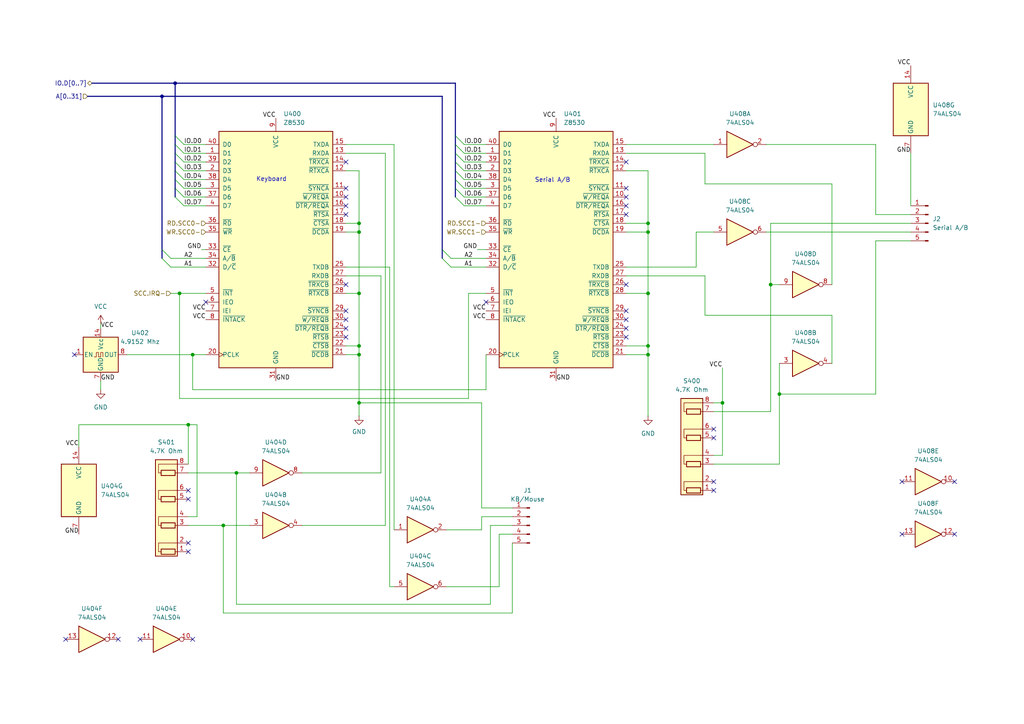
<source format=kicad_sch>
(kicad_sch (version 20231120) (generator "eeschema") (generator_version "8.0")
  (paper "A4")
  (title_block (title "Serial Ports, Keyboard/Mouse") (date "2025-03-07") (rev "1"))
  (lib_symbols
    (symbol "74xx:74LS04"
      (property "Reference" "U" (at 0 1.27 0))
      (property "Value" "74LS04" (at 0 -1.27 0))
      (symbol "74LS04_1_0"
        (polyline (pts (xy -3.81 3.81) (xy -3.81 -3.81) (xy 3.81 0) (xy -3.81 3.81)) (stroke (width 0.254)) (fill (type background)))
        (pin input line (at -7.62 0 0) (length 3.81) (name "~") (number "1"))
        (pin output inverted (at 7.62 0 180) (length 3.81) (name "~") (number "2"))
      )
      (symbol "74LS04_2_0"
        (polyline (pts (xy -3.81 3.81) (xy -3.81 -3.81) (xy 3.81 0) (xy -3.81 3.81)) (stroke (width 0.254)) (fill (type background)))
        (pin input line (at -7.62 0 0) (length 3.81) (name "~") (number "3"))
        (pin output inverted (at 7.62 0 180) (length 3.81) (name "~") (number "4"))
      )
      (symbol "74LS04_3_0"
        (polyline (pts (xy -3.81 3.81) (xy -3.81 -3.81) (xy 3.81 0) (xy -3.81 3.81)) (stroke (width 0.254)) (fill (type background)))
        (pin input line (at -7.62 0 0) (length 3.81) (name "~") (number "5"))
        (pin output inverted (at 7.62 0 180) (length 3.81) (name "~") (number "6"))
      )
      (symbol "74LS04_4_0"
        (polyline (pts (xy -3.81 3.81) (xy -3.81 -3.81) (xy 3.81 0) (xy -3.81 3.81)) (stroke (width 0.254)) (fill (type background)))
        (pin output inverted (at 7.62 0 180) (length 3.81) (name "~") (number "8"))
        (pin input line (at -7.62 0 0) (length 3.81) (name "~") (number "9"))
      )
      (symbol "74LS04_5_0"
        (polyline (pts (xy -3.81 3.81) (xy -3.81 -3.81) (xy 3.81 0) (xy -3.81 3.81)) (stroke (width 0.254)) (fill (type background)))
        (pin output inverted (at 7.62 0 180) (length 3.81) (name "~") (number "10"))
        (pin input line (at -7.62 0 0) (length 3.81) (name "~") (number "11"))
      )
      (symbol "74LS04_6_0"
        (polyline (pts (xy -3.81 3.81) (xy -3.81 -3.81) (xy 3.81 0) (xy -3.81 3.81)) (stroke (width 0.254)) (fill (type background)))
        (pin output inverted (at 7.62 0 180) (length 3.81) (name "~") (number "12"))
        (pin input line (at -7.62 0 0) (length 3.81) (name "~") (number "13"))
      )
      (symbol "74LS04_7_0"
        (pin power_in line (at 0 12.7 270) (length 5.08) (name "VCC") (number "14"))
        (pin power_in line (at 0 -12.7 90) (length 5.08) (name "GND") (number "7"))
      )
      (symbol "74LS04_7_1"
        (rectangle (start -5.08 7.62) (end 5.08 -7.62) (stroke (width 0.254)) (fill (type background)))
      )
    )
    (symbol "Connector:Conn_01x05_Pin" (pin_names (offset 1.016) hide)
      (property "Reference" "J" (at 0 7.62 0))
      (property "Value" "Conn_01x05_Pin" (at 0 -7.62 0))
      (symbol "Conn_01x05_Pin_1_1"
        (polyline (pts (xy 1.27 -5.08) (xy 0.8636 -5.08)) (stroke (width 0.1524)))
        (polyline (pts (xy 1.27 -2.54) (xy 0.8636 -2.54)) (stroke (width 0.1524)))
        (polyline (pts (xy 1.27 0) (xy 0.8636 0)) (stroke (width 0.1524)))
        (polyline (pts (xy 1.27 2.54) (xy 0.8636 2.54)) (stroke (width 0.1524)))
        (polyline (pts (xy 1.27 5.08) (xy 0.8636 5.08)) (stroke (width 0.1524)))
        (rectangle (start 0.8636 -4.953) (end 0 -5.207) (stroke (width 0.1524)) (fill (type outline)))
        (rectangle (start 0.8636 -2.413) (end 0 -2.667) (stroke (width 0.1524)) (fill (type outline)))
        (rectangle (start 0.8636 0.127) (end 0 -0.127) (stroke (width 0.1524)) (fill (type outline)))
        (rectangle (start 0.8636 2.667) (end 0 2.413) (stroke (width 0.1524)) (fill (type outline)))
        (rectangle (start 0.8636 5.207) (end 0 4.953) (stroke (width 0.1524)) (fill (type outline)))
        (pin passive line (at 5.08 5.08 180) (length 3.81) (name "Pin_1") (number "1"))
        (pin passive line (at 5.08 2.54 180) (length 3.81) (name "Pin_2") (number "2"))
        (pin passive line (at 5.08 0 180) (length 3.81) (name "Pin_3") (number "3"))
        (pin passive line (at 5.08 -2.54 180) (length 3.81) (name "Pin_4") (number "4"))
        (pin passive line (at 5.08 -5.08 180) (length 3.81) (name "Pin_5") (number "5"))
      )
    )
    (symbol "Device:R_Pack04_SIP" (pin_names (offset 0) hide)
      (property "Reference" "RN" (at -15.24 0 90))
      (property "Value" "R_Pack04_SIP" (at 15.24 0 90))
      (symbol "R_Pack04_SIP_0_1"
        (rectangle (start -13.97 -1.905) (end 13.97 4.445) (stroke (width 0.254)) (fill (type background)))
        (rectangle (start -13.462 2.794) (end -11.938 -1.27) (stroke (width 0.254)))
        (rectangle (start -5.842 2.794) (end -4.318 -1.27) (stroke (width 0.254)))
        (polyline (pts (xy -12.7 2.794) (xy -12.7 3.556) (xy -10.16 3.556) (xy -10.16 -1.27)))
        (polyline (pts (xy -5.08 2.794) (xy -5.08 3.556) (xy -2.54 3.556) (xy -2.54 -1.27)))
        (polyline (pts (xy 2.54 2.794) (xy 2.54 3.556) (xy 5.08 3.556) (xy 5.08 -1.27)))
        (polyline (pts (xy 10.16 2.794) (xy 10.16 3.556) (xy 12.7 3.556) (xy 12.7 -1.27)))
        (rectangle (start 1.778 2.794) (end 3.302 -1.27) (stroke (width 0.254)))
        (rectangle (start 9.398 2.794) (end 10.922 -1.27) (stroke (width 0.254)))
      )
      (symbol "R_Pack04_SIP_1_1"
        (pin passive line (at -12.7 -5.08 90) (length 3.81) (name "R1.1") (number "1"))
        (pin passive line (at -10.16 -5.08 90) (length 3.81) (name "R1.2") (number "2"))
        (pin passive line (at -5.08 -5.08 90) (length 3.81) (name "R2.1") (number "3"))
        (pin passive line (at -2.54 -5.08 90) (length 3.81) (name "R2.2") (number "4"))
        (pin passive line (at 2.54 -5.08 90) (length 3.81) (name "R3.1") (number "5"))
        (pin passive line (at 5.08 -5.08 90) (length 3.81) (name "R3.2") (number "6"))
        (pin passive line (at 10.16 -5.08 90) (length 3.81) (name "R4.1") (number "7"))
        (pin passive line (at 12.7 -5.08 90) (length 3.81) (name "R4.2") (number "8"))
      )
    )
    (symbol "Interface_UART:Z8530" (pin_names (offset 1.016))
      (property "Reference" "U" (at -16.51 35.56 0))
      (property "Value" "Z8530" (at 10.16 35.56 0))
      (symbol "Z8530_0_1"
        (rectangle (start -16.51 -34.29) (end 16.51 34.29) (stroke (width 0.254)) (fill (type background)))
      )
      (symbol "Z8530_1_1"
        (pin input line (at -20.32 27.94 0) (length 3.81) (name "D1") (number "1"))
        (pin output line (at 20.32 15.24 180) (length 3.81) (name "~{W/REQA}") (number "10"))
        (pin bidirectional line (at 20.32 17.78 180) (length 3.81) (name "~{SYNCA}") (number "11"))
        (pin input line (at 20.32 22.86 180) (length 3.81) (name "~{RTXCA}") (number "12"))
        (pin input line (at 20.32 27.94 180) (length 3.81) (name "RXDA") (number "13"))
        (pin bidirectional line (at 20.32 25.4 180) (length 3.81) (name "~{TRXCA}") (number "14"))
        (pin output line (at 20.32 30.48 180) (length 3.81) (name "TXDA") (number "15"))
        (pin output line (at 20.32 12.7 180) (length 3.81) (name "~{DTR/REQA}") (number "16"))
        (pin output line (at 20.32 10.16 180) (length 3.81) (name "~{RTSA}") (number "17"))
        (pin input line (at 20.32 7.62 180) (length 3.81) (name "~{CTSA}") (number "18"))
        (pin input line (at 20.32 5.08 180) (length 3.81) (name "~{DCDA}") (number "19"))
        (pin input line (at -20.32 22.86 0) (length 3.81) (name "D3") (number "2"))
        (pin input clock (at -20.32 -30.48 0) (length 3.81) (name "PCLK") (number "20"))
        (pin input line (at 20.32 -30.48 180) (length 3.81) (name "~{DCDB}") (number "21"))
        (pin input line (at 20.32 -27.94 180) (length 3.81) (name "~{CTSB}") (number "22"))
        (pin output line (at 20.32 -25.4 180) (length 3.81) (name "~{RTSB}") (number "23"))
        (pin output line (at 20.32 -22.86 180) (length 3.81) (name "~{DTR/REQB}") (number "24"))
        (pin output line (at 20.32 -5.08 180) (length 3.81) (name "TXDB") (number "25"))
        (pin bidirectional line (at 20.32 -10.16 180) (length 3.81) (name "~{TRXCB}") (number "26"))
        (pin input line (at 20.32 -7.62 180) (length 3.81) (name "RXDB") (number "27"))
        (pin input line (at 20.32 -12.7 180) (length 3.81) (name "~{RTXCB}") (number "28"))
        (pin bidirectional line (at 20.32 -17.78 180) (length 3.81) (name "~{SYNCB}") (number "29"))
        (pin input line (at -20.32 17.78 0) (length 3.81) (name "D5") (number "3"))
        (pin output line (at 20.32 -20.32 180) (length 3.81) (name "~{W/REQB}") (number "30"))
        (pin power_in line (at 0 -38.1 90) (length 3.81) (name "GND") (number "31"))
        (pin input line (at -20.32 -5.08 0) (length 3.81) (name "D/~{C}") (number "32"))
        (pin input line (at -20.32 0 0) (length 3.81) (name "~{CE}") (number "33"))
        (pin input line (at -20.32 -2.54 0) (length 3.81) (name "A/~{B}") (number "34"))
        (pin input line (at -20.32 5.08 0) (length 3.81) (name "~{WR}") (number "35"))
        (pin input line (at -20.32 7.62 0) (length 3.81) (name "~{RD}") (number "36"))
        (pin input line (at -20.32 15.24 0) (length 3.81) (name "D6") (number "37"))
        (pin input line (at -20.32 20.32 0) (length 3.81) (name "D4") (number "38"))
        (pin input line (at -20.32 25.4 0) (length 3.81) (name "D2") (number "39"))
        (pin input line (at -20.32 12.7 0) (length 3.81) (name "D7") (number "4"))
        (pin input line (at -20.32 30.48 0) (length 3.81) (name "D0") (number "40"))
        (pin open_collector line (at -20.32 -12.7 0) (length 3.81) (name "~{INT}") (number "5"))
        (pin output line (at -20.32 -15.24 0) (length 3.81) (name "IEO") (number "6"))
        (pin input line (at -20.32 -17.78 0) (length 3.81) (name "IEI") (number "7"))
        (pin input line (at -20.32 -20.32 0) (length 3.81) (name "~{INTACK}") (number "8"))
        (pin power_in line (at 0 38.1 270) (length 3.81) (name "VCC") (number "9"))
      )
    )
    (symbol "Oscillator:CXO_DIP14" (pin_names (offset 0.254))
      (property "Reference" "Y" (at -5.08 6.35 0))
      (property "Value" "CXO_DIP14" (at 1.27 -6.35 0))
      (symbol "CXO_DIP14_0_1"
        (rectangle (start -5.08 5.08) (end 5.08 -5.08) (stroke (width 0.254)) (fill (type background)))
        (polyline (pts (xy -1.905 -0.635) (xy -1.27 -0.635) (xy -1.27 0.635) (xy -0.635 0.635) (xy -0.635 -0.635) (xy 0 -0.635) (xy 0 0.635) (xy 0.635 0.635) (xy 0.635 -0.635)))
      )
      (symbol "CXO_DIP14_1_1"
        (pin input line (at -7.62 0 0) (length 2.54) (name "EN") (number "1"))
        (pin power_in line (at 0 7.62 270) (length 2.54) (name "Vcc") (number "14"))
        (pin power_in line (at 0 -7.62 90) (length 2.54) (name "GND") (number "7"))
        (pin output line (at 7.62 0 180) (length 2.54) (name "OUT") (number "8"))
      )
    )
    (symbol "power:GND" (power) (pin_numbers hide) (pin_names (offset 0) hide)
      (property "Value" "GND" (at 0 -3.81 0))
      (symbol "GND_0_1"
        (polyline (pts (xy 0 0) (xy 0 -1.27) (xy 1.27 -1.27) (xy 0 -2.54) (xy -1.27 -1.27) (xy 0 -1.27)))
      )
      (symbol "GND_1_1"
        (pin power_in line (at 0 0 270) (length 0) (name "~") (number "1"))
      )
    )
    (symbol "power:VCC" (power) (pin_numbers hide) (pin_names (offset 0) hide)
      (property "Value" "VCC" (at 0 3.556 0))
      (symbol "VCC_0_1"
        (polyline (pts (xy -0.762 1.27) (xy 0 2.54)))
        (polyline (pts (xy 0 0) (xy 0 2.54)))
        (polyline (pts (xy 0 2.54) (xy 0.762 1.27)))
      )
      (symbol "VCC_1_1"
        (pin power_in line (at 0 0 90) (length 0) (name "~") (number "1"))
      )
    )
  )
  (junction (at 68.58 137.16))
  (junction (at 54.61 123.19))
  (junction (at 46.99 27.94))
  (junction (at 187.96 67.31))
  (junction (at 223.52 82.55))
  (junction (at 64.77 152.4))
  (junction (at 187.96 64.77))
  (junction (at 104.14 67.31))
  (junction (at 187.96 102.87))
  (junction (at 50.8 24.13))
  (junction (at 104.14 85.09))
  (junction (at 104.14 100.33))
  (junction (at 187.96 85.09))
  (junction (at 209.55 116.84))
  (junction (at 52.07 85.09))
  (junction (at 104.14 116.84))
  (junction (at 187.96 100.33))
  (junction (at 226.06 114.3))
  (junction (at 104.14 102.87))
  (junction (at 55.88 102.87))
  (junction (at 104.14 64.77))
  (no_connect (at 276.86 154.94))
  (no_connect (at 207.01 142.24))
  (no_connect (at 21.59 102.87))
  (no_connect (at 34.29 185.42))
  (no_connect (at 100.33 95.25))
  (no_connect (at 181.61 57.15))
  (no_connect (at 40.64 185.42))
  (no_connect (at 100.33 82.55))
  (no_connect (at 100.33 90.17))
  (no_connect (at 19.05 185.42))
  (no_connect (at 100.33 92.71))
  (no_connect (at 54.61 142.24))
  (no_connect (at 100.33 46.99))
  (no_connect (at 181.61 54.61))
  (no_connect (at 181.61 97.79))
  (no_connect (at 181.61 59.69))
  (no_connect (at 181.61 90.17))
  (no_connect (at 181.61 95.25))
  (no_connect (at 181.61 62.23))
  (no_connect (at 261.62 154.94))
  (no_connect (at 181.61 92.71))
  (no_connect (at 55.88 185.42))
  (no_connect (at 54.61 157.48))
  (no_connect (at 100.33 97.79))
  (no_connect (at 207.01 127))
  (no_connect (at 181.61 46.99))
  (no_connect (at 207.01 124.46))
  (no_connect (at 100.33 59.69))
  (no_connect (at 100.33 57.15))
  (no_connect (at 181.61 82.55))
  (no_connect (at 54.61 160.02))
  (no_connect (at 59.69 87.63))
  (no_connect (at 276.86 139.7))
  (no_connect (at 207.01 139.7))
  (no_connect (at 100.33 54.61))
  (no_connect (at 140.97 87.63))
  (no_connect (at 54.61 144.78))
  (no_connect (at 261.62 139.7))
  (no_connect (at 100.33 62.23))
  (bus_entry (at 132.08 54.61) (size 2.54 2.54))
  (bus_entry (at 128.27 74.93) (size 2.54 2.54))
  (bus_entry (at 50.8 54.61) (size 2.54 2.54))
  (bus_entry (at 132.08 41.91) (size 2.54 2.54))
  (bus_entry (at 50.8 49.53) (size 2.54 2.54))
  (bus_entry (at 50.8 44.45) (size 2.54 2.54))
  (bus_entry (at 132.08 49.53) (size 2.54 2.54))
  (bus_entry (at 50.8 41.91) (size 2.54 2.54))
  (bus_entry (at 132.08 52.07) (size 2.54 2.54))
  (bus_entry (at 50.8 39.37) (size 2.54 2.54))
  (bus_entry (at 46.99 74.93) (size 2.54 2.54))
  (bus_entry (at 132.08 44.45) (size 2.54 2.54))
  (bus_entry (at 50.8 52.07) (size 2.54 2.54))
  (bus_entry (at 132.08 39.37) (size 2.54 2.54))
  (bus_entry (at 128.27 72.39) (size 2.54 2.54))
  (bus_entry (at 132.08 46.99) (size 2.54 2.54))
  (bus_entry (at 50.8 57.15) (size 2.54 2.54))
  (bus_entry (at 50.8 46.99) (size 2.54 2.54))
  (bus_entry (at 46.99 72.39) (size 2.54 2.54))
  (bus_entry (at 132.08 57.15) (size 2.54 2.54))
  (bus (pts (xy 50.8 41.91) (xy 50.8 44.45)))
  (bus (pts (xy 50.8 24.13) (xy 132.08 24.13)))
  (bus (pts (xy 132.08 41.91) (xy 132.08 44.45)))
  (wire (pts (xy 110.49 137.16) (xy 87.63 137.16)))
  (wire (pts (xy 53.34 52.07) (xy 59.69 52.07)))
  (wire (pts (xy 100.33 41.91) (xy 114.3 41.91)))
  (wire (pts (xy 52.07 85.09) (xy 59.69 85.09)))
  (wire (pts (xy 209.55 106.68) (xy 209.55 116.84)))
  (wire (pts (xy 207.01 116.84) (xy 209.55 116.84)))
  (wire (pts (xy 129.54 170.18) (xy 144.78 170.18)))
  (wire (pts (xy 129.54 153.67) (xy 139.7 153.67)))
  (wire (pts (xy 29.21 113.03) (xy 29.21 110.49)))
  (wire (pts (xy 100.33 102.87) (xy 104.14 102.87)))
  (wire (pts (xy 134.62 52.07) (xy 140.97 52.07)))
  (wire (pts (xy 100.33 49.53) (xy 104.14 49.53)))
  (wire (pts (xy 226.06 82.55) (xy 223.52 82.55)))
  (wire (pts (xy 53.34 59.69) (xy 59.69 59.69)))
  (wire (pts (xy 57.15 149.86) (xy 54.61 149.86)))
  (wire (pts (xy 144.78 170.18) (xy 144.78 154.94)))
  (wire (pts (xy 111.76 152.4) (xy 87.63 152.4)))
  (bus (pts (xy 46.99 27.94) (xy 46.99 72.39)))
  (wire (pts (xy 140.97 113.03) (xy 140.97 102.87)))
  (wire (pts (xy 52.07 115.57) (xy 135.89 115.57)))
  (wire (pts (xy 264.16 59.69) (xy 264.16 44.45)))
  (wire (pts (xy 140.97 72.39) (xy 138.43 72.39)))
  (wire (pts (xy 64.77 152.4) (xy 54.61 152.4)))
  (wire (pts (xy 139.7 116.84) (xy 139.7 147.32)))
  (bus (pts (xy 132.08 46.99) (xy 132.08 49.53)))
  (wire (pts (xy 111.76 44.45) (xy 111.76 152.4)))
  (wire (pts (xy 113.03 170.18) (xy 114.3 170.18)))
  (wire (pts (xy 207.01 132.08) (xy 209.55 132.08)))
  (wire (pts (xy 135.89 85.09) (xy 140.97 85.09)))
  (wire (pts (xy 181.61 44.45) (xy 204.47 44.45)))
  (wire (pts (xy 204.47 44.45) (xy 204.47 53.34)))
  (wire (pts (xy 68.58 137.16) (xy 68.58 175.26)))
  (wire (pts (xy 142.24 175.26) (xy 142.24 152.4)))
  (wire (pts (xy 114.3 41.91) (xy 114.3 153.67)))
  (wire (pts (xy 110.49 80.01) (xy 110.49 137.16)))
  (wire (pts (xy 22.86 123.19) (xy 54.61 123.19)))
  (bus (pts (xy 50.8 52.07) (xy 50.8 54.61)))
  (wire (pts (xy 223.52 119.38) (xy 207.01 119.38)))
  (wire (pts (xy 113.03 77.47) (xy 113.03 170.18)))
  (wire (pts (xy 148.59 177.8) (xy 148.59 157.48)))
  (wire (pts (xy 134.62 49.53) (xy 140.97 49.53)))
  (wire (pts (xy 254 114.3) (xy 254 69.85)))
  (bus (pts (xy 50.8 44.45) (xy 50.8 46.99)))
  (wire (pts (xy 100.33 64.77) (xy 104.14 64.77)))
  (wire (pts (xy 53.34 46.99) (xy 59.69 46.99)))
  (bus (pts (xy 50.8 24.13) (xy 50.8 39.37)))
  (wire (pts (xy 104.14 116.84) (xy 104.14 120.65)))
  (wire (pts (xy 55.88 102.87) (xy 59.69 102.87)))
  (wire (pts (xy 57.15 123.19) (xy 57.15 149.86)))
  (wire (pts (xy 187.96 67.31) (xy 187.96 85.09)))
  (wire (pts (xy 64.77 177.8) (xy 148.59 177.8)))
  (wire (pts (xy 187.96 102.87) (xy 187.96 120.65)))
  (bus (pts (xy 50.8 49.53) (xy 50.8 52.07)))
  (bus (pts (xy 132.08 54.61) (xy 132.08 57.15)))
  (wire (pts (xy 254 69.85) (xy 264.16 69.85)))
  (wire (pts (xy 36.83 102.87) (xy 55.88 102.87)))
  (wire (pts (xy 139.7 153.67) (xy 139.7 149.86)))
  (wire (pts (xy 104.14 100.33) (xy 104.14 102.87)))
  (wire (pts (xy 204.47 80.01) (xy 204.47 91.44)))
  (wire (pts (xy 181.61 102.87) (xy 187.96 102.87)))
  (wire (pts (xy 55.88 113.03) (xy 140.97 113.03)))
  (wire (pts (xy 223.52 82.55) (xy 223.52 119.38)))
  (wire (pts (xy 68.58 137.16) (xy 72.39 137.16)))
  (wire (pts (xy 223.52 82.55) (xy 223.52 64.77)))
  (wire (pts (xy 223.52 64.77) (xy 264.16 64.77)))
  (wire (pts (xy 181.61 77.47) (xy 201.93 77.47)))
  (wire (pts (xy 104.14 64.77) (xy 104.14 67.31)))
  (wire (pts (xy 68.58 175.26) (xy 142.24 175.26)))
  (wire (pts (xy 53.34 57.15) (xy 59.69 57.15)))
  (wire (pts (xy 29.21 93.98) (xy 29.21 95.25)))
  (wire (pts (xy 64.77 152.4) (xy 64.77 177.8)))
  (bus (pts (xy 128.27 72.39) (xy 128.27 74.93)))
  (wire (pts (xy 53.34 49.53) (xy 59.69 49.53)))
  (wire (pts (xy 52.07 85.09) (xy 52.07 115.57)))
  (bus (pts (xy 25.4 27.94) (xy 46.99 27.94)))
  (wire (pts (xy 142.24 152.4) (xy 148.59 152.4)))
  (wire (pts (xy 59.69 72.39) (xy 58.42 72.39)))
  (wire (pts (xy 72.39 152.4) (xy 64.77 152.4)))
  (wire (pts (xy 100.33 85.09) (xy 104.14 85.09)))
  (wire (pts (xy 204.47 53.34) (xy 241.3 53.34)))
  (bus (pts (xy 132.08 52.07) (xy 132.08 54.61)))
  (wire (pts (xy 53.34 44.45) (xy 59.69 44.45)))
  (wire (pts (xy 100.33 67.31) (xy 104.14 67.31)))
  (wire (pts (xy 104.14 85.09) (xy 104.14 100.33)))
  (wire (pts (xy 134.62 59.69) (xy 140.97 59.69)))
  (wire (pts (xy 181.61 80.01) (xy 204.47 80.01)))
  (wire (pts (xy 55.88 102.87) (xy 55.88 113.03)))
  (wire (pts (xy 241.3 91.44) (xy 241.3 105.41)))
  (wire (pts (xy 134.62 44.45) (xy 140.97 44.45)))
  (wire (pts (xy 226.06 114.3) (xy 226.06 134.62)))
  (wire (pts (xy 54.61 123.19) (xy 57.15 123.19)))
  (wire (pts (xy 135.89 115.57) (xy 135.89 85.09)))
  (wire (pts (xy 226.06 105.41) (xy 226.06 114.3)))
  (wire (pts (xy 54.61 137.16) (xy 68.58 137.16)))
  (wire (pts (xy 104.14 67.31) (xy 104.14 85.09)))
  (bus (pts (xy 132.08 24.13) (xy 132.08 39.37)))
  (wire (pts (xy 139.7 149.86) (xy 148.59 149.86)))
  (wire (pts (xy 139.7 147.32) (xy 148.59 147.32)))
  (bus (pts (xy 50.8 39.37) (xy 50.8 41.91)))
  (wire (pts (xy 222.25 41.91) (xy 254 41.91)))
  (wire (pts (xy 100.33 100.33) (xy 104.14 100.33)))
  (wire (pts (xy 187.96 85.09) (xy 187.96 100.33)))
  (bus (pts (xy 132.08 44.45) (xy 132.08 46.99)))
  (wire (pts (xy 181.61 49.53) (xy 187.96 49.53)))
  (wire (pts (xy 254 62.23) (xy 264.16 62.23)))
  (wire (pts (xy 181.61 85.09) (xy 187.96 85.09)))
  (wire (pts (xy 134.62 57.15) (xy 140.97 57.15)))
  (wire (pts (xy 100.33 77.47) (xy 113.03 77.47)))
  (wire (pts (xy 100.33 80.01) (xy 110.49 80.01)))
  (wire (pts (xy 104.14 49.53) (xy 104.14 64.77)))
  (wire (pts (xy 222.25 67.31) (xy 264.16 67.31)))
  (wire (pts (xy 254 41.91) (xy 254 62.23)))
  (wire (pts (xy 201.93 67.31) (xy 201.93 77.47)))
  (bus (pts (xy 50.8 54.61) (xy 50.8 57.15)))
  (wire (pts (xy 209.55 132.08) (xy 209.55 116.84)))
  (wire (pts (xy 104.14 116.84) (xy 139.7 116.84)))
  (wire (pts (xy 181.61 41.91) (xy 207.01 41.91)))
  (wire (pts (xy 181.61 67.31) (xy 187.96 67.31)))
  (wire (pts (xy 130.81 74.93) (xy 140.97 74.93)))
  (wire (pts (xy 187.96 49.53) (xy 187.96 64.77)))
  (bus (pts (xy 132.08 49.53) (xy 132.08 52.07)))
  (wire (pts (xy 241.3 53.34) (xy 241.3 82.55)))
  (wire (pts (xy 53.34 54.61) (xy 59.69 54.61)))
  (wire (pts (xy 134.62 46.99) (xy 140.97 46.99)))
  (bus (pts (xy 26.67 24.13) (xy 50.8 24.13)))
  (wire (pts (xy 54.61 123.19) (xy 54.61 134.62)))
  (wire (pts (xy 204.47 91.44) (xy 241.3 91.44)))
  (wire (pts (xy 53.34 41.91) (xy 59.69 41.91)))
  (wire (pts (xy 49.53 74.93) (xy 59.69 74.93)))
  (wire (pts (xy 187.96 64.77) (xy 187.96 67.31)))
  (wire (pts (xy 134.62 54.61) (xy 140.97 54.61)))
  (wire (pts (xy 201.93 67.31) (xy 207.01 67.31)))
  (bus (pts (xy 128.27 27.94) (xy 128.27 72.39)))
  (wire (pts (xy 49.53 77.47) (xy 59.69 77.47)))
  (wire (pts (xy 134.62 41.91) (xy 140.97 41.91)))
  (bus (pts (xy 132.08 39.37) (xy 132.08 41.91)))
  (wire (pts (xy 130.81 77.47) (xy 140.97 77.47)))
  (wire (pts (xy 100.33 44.45) (xy 111.76 44.45)))
  (wire (pts (xy 187.96 100.33) (xy 187.96 102.87)))
  (wire (pts (xy 181.61 64.77) (xy 187.96 64.77)))
  (wire (pts (xy 104.14 102.87) (xy 104.14 116.84)))
  (wire (pts (xy 226.06 134.62) (xy 207.01 134.62)))
  (wire (pts (xy 181.61 100.33) (xy 187.96 100.33)))
  (bus (pts (xy 50.8 46.99) (xy 50.8 49.53)))
  (wire (pts (xy 144.78 154.94) (xy 148.59 154.94)))
  (bus (pts (xy 46.99 72.39) (xy 46.99 74.93)))
  (wire (pts (xy 49.53 85.09) (xy 52.07 85.09)))
  (wire (pts (xy 226.06 114.3) (xy 254 114.3)))
  (bus (pts (xy 46.99 27.94) (xy 128.27 27.94)))
  (wire (pts (xy 22.86 129.54) (xy 22.86 123.19)))
  (text "Keyboard" (at 78.74 52.07 0) (effects (font (size 1.27 1.27))))
  (text "Serial A/B" (at 160.274 52.324 0) (effects (font (size 1.27 1.27))))
  (label "GND" (at 22.86 154.94 180))
  (label "IO.D3" (at 53.34 49.53 0))
  (label "GND" (at 264.16 44.45 180))
  (label "VCC" (at 140.97 92.71 180))
  (label "VCC" (at 22.86 129.54 180))
  (label "IO.D1" (at 53.34 44.45 0))
  (label "GND" (at 29.21 110.49 0))
  (label "A2" (at 55.88 74.93 180))
  (label "IO.D5" (at 134.62 54.61 0))
  (label "IO.D2" (at 53.34 46.99 0))
  (label "IO.D3" (at 134.62 49.53 0))
  (label "IO.D5" (at 53.34 54.61 0))
  (label "IO.D2" (at 134.62 46.99 0))
  (label "A1" (at 137.16 77.47 180))
  (label "VCC" (at 264.16 19.05 180))
  (label "VCC" (at 140.97 90.17 180))
  (label "IO.D6" (at 53.34 57.15 0))
  (label "A1" (at 55.88 77.47 180))
  (label "GND" (at 138.43 72.39 180))
  (label "VCC" (at 80.01 34.29 180))
  (label "VCC" (at 29.21 95.25 0))
  (label "VCC" (at 59.69 90.17 180))
  (label "IO.D0" (at 53.34 41.91 0))
  (label "GND" (at 58.42 72.39 180))
  (label "IO.D6" (at 134.62 57.15 0))
  (label "GND" (at 161.29 110.49 0))
  (label "IO.D0" (at 134.62 41.91 0))
  (label "A2" (at 137.16 74.93 180))
  (label "IO.D7" (at 134.62 59.69 0))
  (label "VCC" (at 209.55 106.68 180))
  (label "IO.D4" (at 134.62 52.07 0))
  (label "VCC" (at 59.69 92.71 180))
  (label "IO.D7" (at 53.34 59.69 0))
  (label "IO.D4" (at 53.34 52.07 0))
  (label "VCC" (at 161.29 34.29 180))
  (label "GND" (at 80.01 110.49 0))
  (label "IO.D1" (at 134.62 44.45 0))
  (hierarchical_label "RD.SCC1-" (shape input) (at 140.97 64.77 180))
  (hierarchical_label "WR.SCC1-" (shape input) (at 140.97 67.31 180))
  (hierarchical_label "WR.SCC0-" (shape input) (at 59.69 67.31 180))
  (hierarchical_label "IO.D[0..7]" (shape bidirectional) (at 26.67 24.13 180))
  (hierarchical_label "RD.SCC0-" (shape input) (at 59.69 64.77 180))
  (hierarchical_label "A[0..31]" (shape input) (at 25.4 27.94 180))
  (hierarchical_label "SCC.IRQ-" (shape input) (at 49.53 85.09 180))
  (symbol (lib_id "74xx:74LS04") (at 26.67 185.42 0) (unit 6) (on_board no)
    (property "Reference" "U404" (at 26.67 176.53 0))
    (property "Value" "74ALS04" (at 26.67 179.07 0))
    (property "Footprint" "Package_DIP:DIP-14_W7.62mm" (effects (hide yes)))
    (property "Datasheet" "http://www.ti.com/lit/gpn/sn74LS04" (effects (hide yes)))
    (property "Description" "Hex Inverter" (effects (hide yes)))
  )
  (symbol (lib_id "Interface_UART:Z8530") (at 161.29 72.39 0) (unit 1)
    (property "Reference" "U401" (at 163.4841 33.02 0) (effects (justify left)))
    (property "Value" "Z8530" (at 163.4841 35.56 0) (effects (justify left)))
    (property "Footprint" "Package_DIP:DIP-40_W15.24mm" (effects (hide yes)))
    (property "Description" "SCC Serial Communication Controller, DIP-40" (effects (hide yes)))
  )
  (symbol (lib_id "Connector:Conn_01x05_Pin") (at 269.24 64.77 0) (mirror y) (unit 1)
    (property "Reference" "J2" (at 270.51 63.4999 0) (effects (justify right)))
    (property "Value" "Serial A/B" (at 270.51 66.0399 0) (effects (justify right)))
    (property "Footprint" "Connector_PinHeader_2.54mm:PinHeader_1x05_P2.54mm_Vertical" (effects (hide yes)))
    (property "Description" "Generic connector, single row, 01x05, script generated" (effects (hide yes)))
  )
  (symbol (lib_id "Device:R_Pack04_SIP") (at 201.93 129.54 90) (unit 1)
    (property "Reference" "S400" (at 200.66 110.49 90))
    (property "Value" "4.7K Ohm" (at 200.66 113.03 90))
    (property "Footprint" "Resistor_THT:R_Array_SIP8" (effects (hide yes)))
    (property "Datasheet" "http://www.vishay.com/docs/31509/csc.pdf" (effects (hide yes)))
    (property "Description" "4 resistor network, parallel topology, SIP package" (effects (hide yes)))
  )
  (symbol (lib_id "Oscillator:CXO_DIP14") (at 29.21 102.87 0) (unit 1)
    (property "Reference" "U402" (at 40.64 96.5514 0))
    (property "Value" "4.9152 Mhz" (at 40.64 99.0914 0))
    (property "Footprint" "Oscillator:Oscillator_DIP-14" (effects (hide yes)))
    (property "Datasheet" "http://cdn-reichelt.de/documents/datenblatt/B400/OSZI.pdf" (effects (hide yes)))
    (property "Description" "Crystal Clock Oscillator, DIP14-style metal package" (effects (hide yes)))
  )
  (symbol (lib_id "74xx:74LS04") (at 269.24 139.7 0) (unit 5)
    (property "Reference" "U408" (at 269.24 130.81 0))
    (property "Value" "74ALS04" (at 269.24 133.35 0))
    (property "Footprint" "Package_DIP:DIP-14_W7.62mm" (effects (hide yes)))
    (property "Datasheet" "http://www.ti.com/lit/gpn/sn74LS04" (effects (hide yes)))
    (property "Description" "Hex Inverter" (effects (hide yes)))
  )
  (symbol (lib_id "74xx:74LS04") (at 121.92 170.18 0) (unit 3) (on_board no)
    (property "Reference" "U404" (at 121.92 161.29 0))
    (property "Value" "74ALS04" (at 121.92 163.83 0))
    (property "Footprint" "Package_DIP:DIP-14_W7.62mm" (effects (hide yes)))
    (property "Datasheet" "http://www.ti.com/lit/gpn/sn74LS04" (effects (hide yes)))
    (property "Description" "Hex Inverter" (effects (hide yes)))
  )
  (symbol (lib_id "74xx:74LS04") (at 264.16 31.75 0) (unit 7)
    (property "Reference" "U408" (at 270.51 30.4799 0) (effects (justify left)))
    (property "Value" "74ALS04" (at 270.51 33.0199 0) (effects (justify left)))
    (property "Footprint" "Package_DIP:DIP-14_W7.62mm" (effects (hide yes)))
    (property "Datasheet" "http://www.ti.com/lit/gpn/sn74LS04" (effects (hide yes)))
    (property "Description" "Hex Inverter" (effects (hide yes)))
  )
  (symbol (lib_id "74xx:74LS04") (at 233.68 105.41 0) (unit 2)
    (property "Reference" "U408" (at 233.68 96.52 0))
    (property "Value" "74ALS04" (at 233.68 99.06 0))
    (property "Footprint" "Package_DIP:DIP-14_W7.62mm" (effects (hide yes)))
    (property "Datasheet" "http://www.ti.com/lit/gpn/sn74LS04" (effects (hide yes)))
    (property "Description" "Hex Inverter" (effects (hide yes)))
  )
  (symbol (lib_id "74xx:74LS04") (at 80.01 152.4 0) (unit 2) (on_board no)
    (property "Reference" "U404" (at 80.01 143.51 0))
    (property "Value" "74ALS04" (at 80.01 146.05 0))
    (property "Footprint" "Package_DIP:DIP-14_W7.62mm" (effects (hide yes)))
    (property "Datasheet" "http://www.ti.com/lit/gpn/sn74LS04" (effects (hide yes)))
    (property "Description" "Hex Inverter" (effects (hide yes)))
  )
  (symbol (lib_id "Connector:Conn_01x05_Pin") (at 153.67 152.4 0) (mirror y) (unit 1) (on_board no)
    (property "Reference" "J1" (at 153.035 142.24 0))
    (property "Value" "KB/Mouse" (at 153.035 144.78 0))
    (property "Footprint" "Connector_PinHeader_2.54mm:PinHeader_1x05_P2.54mm_Vertical" (effects (hide yes)))
    (property "Description" "Generic connector, single row, 01x05, script generated" (effects (hide yes)))
  )
  (symbol (lib_id "74xx:74LS04") (at 80.01 137.16 0) (unit 4) (on_board no)
    (property "Reference" "U404" (at 80.01 128.27 0))
    (property "Value" "74ALS04" (at 80.01 130.81 0))
    (property "Footprint" "Package_DIP:DIP-14_W7.62mm" (effects (hide yes)))
    (property "Datasheet" "http://www.ti.com/lit/gpn/sn74LS04" (effects (hide yes)))
    (property "Description" "Hex Inverter" (effects (hide yes)))
  )
  (symbol (lib_id "74xx:74LS04") (at 214.63 67.31 0) (unit 3)
    (property "Reference" "U408" (at 214.63 58.42 0))
    (property "Value" "74ALS04" (at 214.63 60.96 0))
    (property "Footprint" "Package_DIP:DIP-14_W7.62mm" (effects (hide yes)))
    (property "Datasheet" "http://www.ti.com/lit/gpn/sn74LS04" (effects (hide yes)))
    (property "Description" "Hex Inverter" (effects (hide yes)))
  )
  (symbol (lib_id "power:VCC") (at 29.21 93.98 0) (unit 1)
    (property "Reference" "#PWR07" (effects (hide yes)))
    (property "Value" "VCC" (at 29.21 88.9 0))
    (property "Description" "Power symbol creates a global label with name \"VCC\"" (effects (hide yes)))
  )
  (symbol (lib_id "Device:R_Pack04_SIP") (at 49.53 147.32 90) (unit 1) (on_board no)
    (property "Reference" "S401" (at 48.26 128.27 90))
    (property "Value" "4.7K Ohm" (at 48.26 130.81 90))
    (property "Footprint" "Resistor_THT:R_Array_SIP8" (effects (hide yes)))
    (property "Datasheet" "http://www.vishay.com/docs/31509/csc.pdf" (effects (hide yes)))
    (property "Description" "4 resistor network, parallel topology, SIP package" (effects (hide yes)))
  )
  (symbol (lib_id "74xx:74LS04") (at 214.63 41.91 0) (unit 1)
    (property "Reference" "U408" (at 214.63 33.02 0))
    (property "Value" "74ALS04" (at 214.63 35.56 0))
    (property "Footprint" "Package_DIP:DIP-14_W7.62mm" (effects (hide yes)))
    (property "Datasheet" "http://www.ti.com/lit/gpn/sn74LS04" (effects (hide yes)))
    (property "Description" "Hex Inverter" (effects (hide yes)))
  )
  (symbol (lib_id "power:GND") (at 29.21 113.03 0) (unit 1)
    (property "Reference" "#PWR06" (effects (hide yes)))
    (property "Value" "GND" (at 29.21 118.11 0))
    (property "Description" "Power symbol creates a global label with name \"GND\" , ground" (effects (hide yes)))
  )
  (symbol (lib_id "74xx:74LS04") (at 22.86 142.24 0) (unit 7) (on_board no)
    (property "Reference" "U404" (at 29.21 140.9699 0) (effects (justify left)))
    (property "Value" "74ALS04" (at 29.21 143.5099 0) (effects (justify left)))
    (property "Footprint" "Package_DIP:DIP-14_W7.62mm" (effects (hide yes)))
    (property "Datasheet" "http://www.ti.com/lit/gpn/sn74LS04" (effects (hide yes)))
    (property "Description" "Hex Inverter" (effects (hide yes)))
  )
  (symbol (lib_id "74xx:74LS04") (at 48.26 185.42 0) (unit 5) (on_board no)
    (property "Reference" "U404" (at 48.26 176.53 0))
    (property "Value" "74ALS04" (at 48.26 179.07 0))
    (property "Footprint" "Package_DIP:DIP-14_W7.62mm" (effects (hide yes)))
    (property "Datasheet" "http://www.ti.com/lit/gpn/sn74LS04" (effects (hide yes)))
    (property "Description" "Hex Inverter" (effects (hide yes)))
  )
  (symbol (lib_id "74xx:74LS04") (at 233.68 82.55 0) (unit 4)
    (property "Reference" "U408" (at 233.68 73.66 0))
    (property "Value" "74ALS04" (at 233.68 76.2 0))
    (property "Footprint" "Package_DIP:DIP-14_W7.62mm" (effects (hide yes)))
    (property "Datasheet" "http://www.ti.com/lit/gpn/sn74LS04" (effects (hide yes)))
    (property "Description" "Hex Inverter" (effects (hide yes)))
  )
  (symbol (lib_id "74xx:74LS04") (at 269.24 154.94 0) (unit 6)
    (property "Reference" "U408" (at 269.24 146.05 0))
    (property "Value" "74ALS04" (at 269.24 148.59 0))
    (property "Footprint" "Package_DIP:DIP-14_W7.62mm" (effects (hide yes)))
    (property "Datasheet" "http://www.ti.com/lit/gpn/sn74LS04" (effects (hide yes)))
    (property "Description" "Hex Inverter" (effects (hide yes)))
  )
  (symbol (lib_id "power:GND") (at 187.96 120.65 0) (unit 1)
    (property "Reference" "#PWR09" (effects (hide yes)))
    (property "Value" "GND" (at 187.96 125.73 0))
    (property "Description" "Power symbol creates a global label with name \"GND\" , ground" (effects (hide yes)))
  )
  (symbol (lib_id "power:GND") (at 104.14 120.65 0) (unit 1)
    (property "Reference" "#PWR08" (effects (hide yes)))
    (property "Value" "GND" (at 104.14 125.222 0))
    (property "Description" "Power symbol creates a global label with name \"GND\" , ground" (effects (hide yes)))
  )
  (symbol (lib_id "Interface_UART:Z8530") (at 80.01 72.39 0) (unit 1) (on_board no)
    (property "Reference" "U400" (at 82.2041 33.02 0) (effects (justify left)))
    (property "Value" "Z8530" (at 82.2041 35.56 0) (effects (justify left)))
    (property "Footprint" "Package_DIP:DIP-40_W15.24mm" (effects (hide yes)))
    (property "Description" "SCC Serial Communication Controller, DIP-40" (effects (hide yes)))
  )
  (symbol (lib_id "74xx:74LS04") (at 121.92 153.67 0) (unit 1) (on_board no)
    (property "Reference" "U404" (at 121.92 144.78 0))
    (property "Value" "74ALS04" (at 121.92 147.32 0))
    (property "Footprint" "Package_DIP:DIP-14_W7.62mm" (effects (hide yes)))
    (property "Datasheet" "http://www.ti.com/lit/gpn/sn74LS04" (effects (hide yes)))
    (property "Description" "Hex Inverter" (effects (hide yes)))
  )
)
</source>
